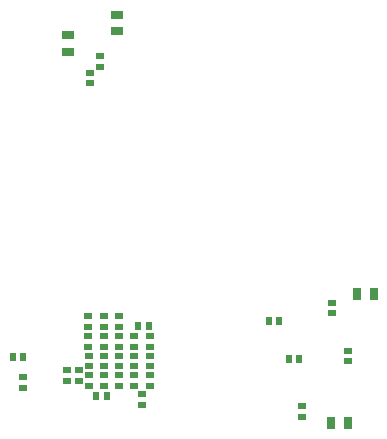
<source format=gbs>
G04 Layer_Color=16711935*
%FSLAX43Y43*%
%MOMM*%
G71*
G01*
G75*
%ADD43R,0.610X0.660*%
%ADD45R,0.800X0.610*%
%ADD46R,0.660X0.610*%
%ADD52R,0.990X0.740*%
%ADD53R,0.740X0.990*%
D43*
X22675Y62350D02*
D03*
X23575D02*
D03*
X45250Y65375D02*
D03*
X44350D02*
D03*
X46025Y62125D02*
D03*
X46925D02*
D03*
X33275Y64950D02*
D03*
X34175D02*
D03*
X30625Y59025D02*
D03*
X29725D02*
D03*
D45*
X51025Y62850D02*
D03*
Y61950D02*
D03*
X23500Y59725D02*
D03*
Y60625D02*
D03*
D46*
X27275Y60275D02*
D03*
Y61175D02*
D03*
X28300Y60275D02*
D03*
Y61175D02*
D03*
X47125Y58150D02*
D03*
Y57250D02*
D03*
X49675Y66000D02*
D03*
Y66900D02*
D03*
X32975Y59875D02*
D03*
Y60775D02*
D03*
X34275Y63175D02*
D03*
Y64075D02*
D03*
Y61525D02*
D03*
Y62425D02*
D03*
Y59875D02*
D03*
Y60775D02*
D03*
X31675Y62425D02*
D03*
Y61525D02*
D03*
Y59875D02*
D03*
Y60775D02*
D03*
X30375Y59875D02*
D03*
Y60775D02*
D03*
Y62425D02*
D03*
Y61525D02*
D03*
X32975Y62425D02*
D03*
Y61525D02*
D03*
X30375Y63175D02*
D03*
Y64075D02*
D03*
X29075Y64850D02*
D03*
Y65750D02*
D03*
Y64075D02*
D03*
Y63175D02*
D03*
X31675D02*
D03*
Y64075D02*
D03*
Y64850D02*
D03*
Y65750D02*
D03*
X30375Y64850D02*
D03*
Y65750D02*
D03*
X33625Y59175D02*
D03*
Y58275D02*
D03*
X29125Y60775D02*
D03*
Y59875D02*
D03*
X30025Y87800D02*
D03*
Y86900D02*
D03*
X29200Y86375D02*
D03*
Y85475D02*
D03*
X32975Y64075D02*
D03*
Y63175D02*
D03*
X29125Y62425D02*
D03*
Y61525D02*
D03*
D52*
X31475Y89900D02*
D03*
Y91300D02*
D03*
X27350Y88175D02*
D03*
Y89575D02*
D03*
D53*
X53225Y67625D02*
D03*
X51825D02*
D03*
X51025Y56750D02*
D03*
X49625D02*
D03*
M02*

</source>
